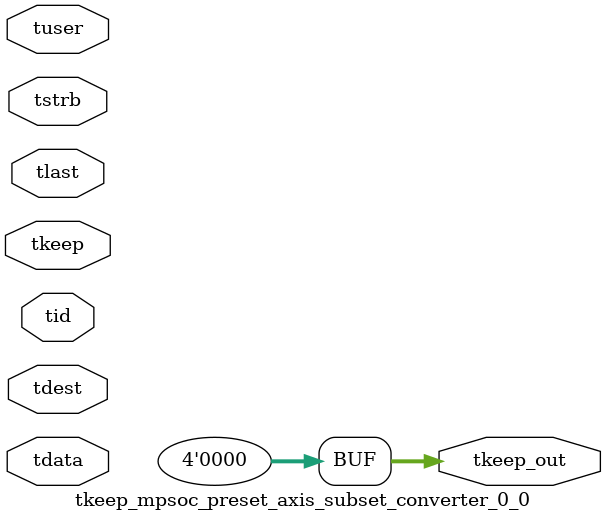
<source format=v>


`timescale 1ps/1ps

module tkeep_mpsoc_preset_axis_subset_converter_0_0 #
(
parameter C_S_AXIS_TDATA_WIDTH = 32,
parameter C_S_AXIS_TUSER_WIDTH = 0,
parameter C_S_AXIS_TID_WIDTH   = 0,
parameter C_S_AXIS_TDEST_WIDTH = 0,
parameter C_M_AXIS_TDATA_WIDTH = 32
)
(
input  [(C_S_AXIS_TDATA_WIDTH == 0 ? 1 : C_S_AXIS_TDATA_WIDTH)-1:0     ] tdata,
input  [(C_S_AXIS_TUSER_WIDTH == 0 ? 1 : C_S_AXIS_TUSER_WIDTH)-1:0     ] tuser,
input  [(C_S_AXIS_TID_WIDTH   == 0 ? 1 : C_S_AXIS_TID_WIDTH)-1:0       ] tid,
input  [(C_S_AXIS_TDEST_WIDTH == 0 ? 1 : C_S_AXIS_TDEST_WIDTH)-1:0     ] tdest,
input  [(C_S_AXIS_TDATA_WIDTH/8)-1:0 ] tkeep,
input  [(C_S_AXIS_TDATA_WIDTH/8)-1:0 ] tstrb,
input                                                                    tlast,
output [(C_M_AXIS_TDATA_WIDTH/8)-1:0 ] tkeep_out
);

assign tkeep_out = {1'b0};

endmodule


</source>
